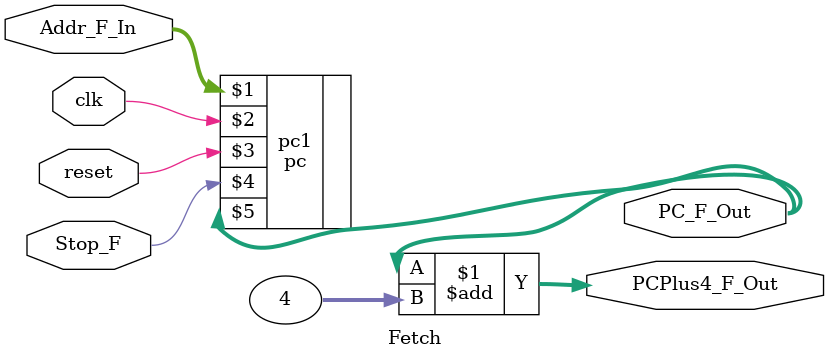
<source format=v>
`timescale 1ns / 1ps
module Fetch(
    input [31:0] Addr_F_In,
	 input clk,
	 input reset,
	 input Stop_F,
	 output [31:0] PC_F_Out,
	 output [31:0] PCPlus4_F_Out
    );
pc pc1(Addr_F_In,clk,reset,Stop_F,PC_F_Out);
assign PCPlus4_F_Out=PC_F_Out+32'h00000004;
endmodule

</source>
